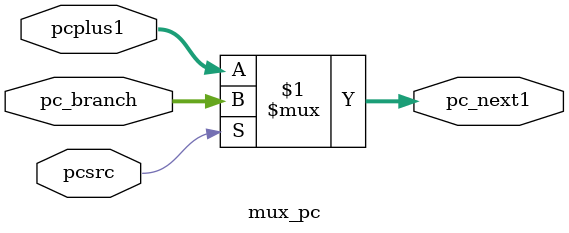
<source format=v>

module mux_pc(pcsrc,pcplus1,pc_branch,pc_next1);
input[31:0]pcplus1,pc_branch;
input pcsrc;
output[31:0]pc_next1;

assign pc_next1=pcsrc ? pc_branch : pcplus1;
endmodule 


</source>
